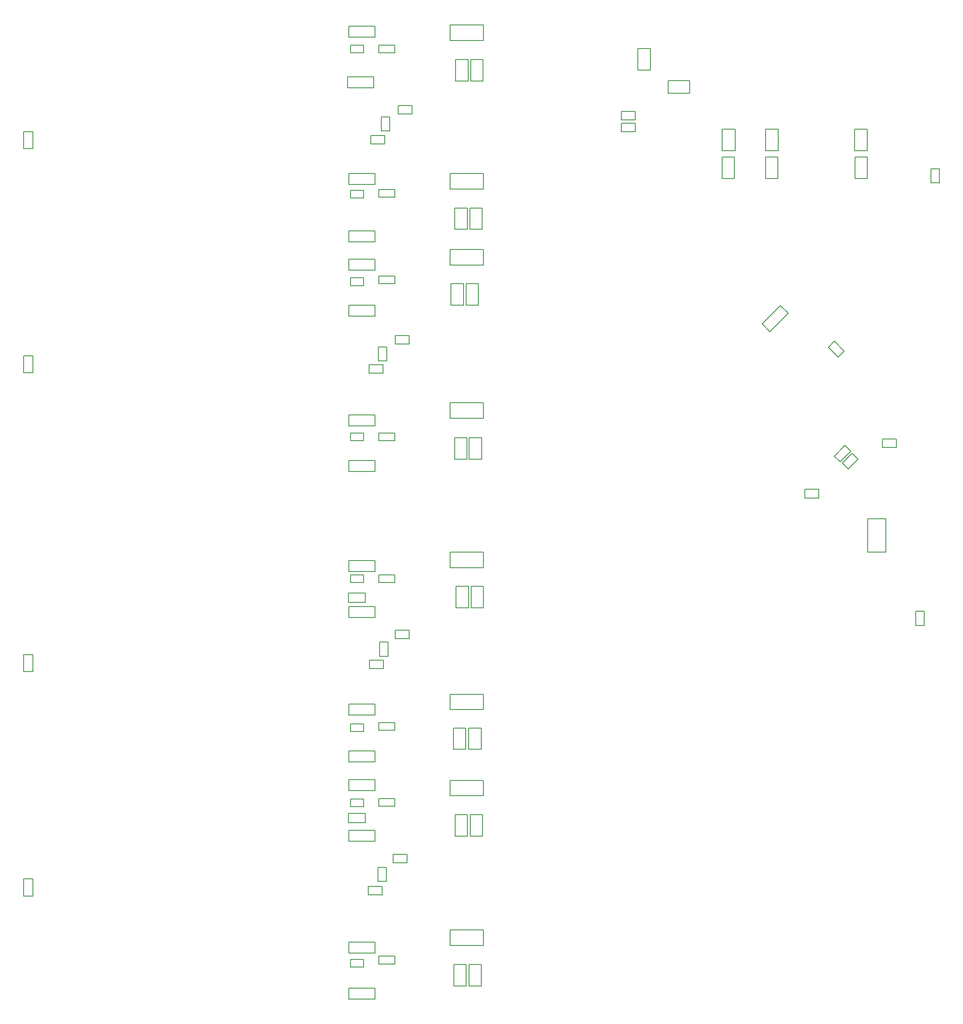
<source format=gbr>
%TF.GenerationSoftware,Altium Limited,Altium Designer,21.6.4 (81)*%
G04 Layer_Color=32768*
%FSLAX43Y43*%
%MOMM*%
%TF.SameCoordinates,A962B9D3-E780-4B03-8A10-E236CC36F35F*%
%TF.FilePolarity,Positive*%
%TF.FileFunction,Other,Bottom_Courtyard*%
%TF.Part,Single*%
G01*
G75*
%TA.AperFunction,NonConductor*%
%ADD139C,0.200*%
D139*
X85625Y69050D02*
X88425D01*
Y70750D01*
X85625D02*
X88425D01*
X85625Y69050D02*
Y70750D01*
X87629Y71525D02*
Y74325D01*
Y71525D02*
X89329D01*
Y74325D01*
X87629D02*
X89329D01*
X81525Y81500D02*
X86725D01*
X81525Y79300D02*
Y81500D01*
Y79300D02*
X86725D01*
Y81500D01*
X85528Y128254D02*
X88328D01*
Y129954D01*
X85528D02*
X88328D01*
X85528Y128254D02*
Y129954D01*
X104491Y141930D02*
Y146238D01*
X101983D02*
X104491D01*
X101983Y141930D02*
Y146238D01*
Y141930D02*
X104491D01*
X198357Y169242D02*
X200057D01*
Y166443D02*
Y169242D01*
X198357Y166443D02*
X200057D01*
X198357D02*
Y169242D01*
X188550Y115126D02*
X191350D01*
X188550Y113426D02*
Y115126D01*
Y113426D02*
X191350D01*
Y115126D01*
X172998Y103275D02*
X175798D01*
Y104975D01*
X172998D02*
X175798D01*
X172998Y103275D02*
Y104975D01*
X197000Y77700D02*
Y80500D01*
X195300D02*
X197000D01*
X195300Y77700D02*
Y80500D01*
Y77700D02*
X197000D01*
X108054Y52820D02*
Y57128D01*
X105546D02*
X108054D01*
X105546Y52820D02*
Y57128D01*
Y52820D02*
X108054D01*
X181717Y109034D02*
X183697Y111014D01*
X182495Y112216D02*
X183697Y111014D01*
X180515Y110236D02*
X182495Y112216D01*
X180515Y110236D02*
X181717Y109034D01*
X180087Y110487D02*
X182244Y112644D01*
X181077Y113811D02*
X182244Y112644D01*
X178920Y111654D02*
X181077Y113811D01*
X178920Y111654D02*
X180087Y110487D01*
X179701Y131513D02*
X180903Y132715D01*
X177721Y133493D02*
X179701Y131513D01*
X177721Y133493D02*
X178923Y134695D01*
X180903Y132715D01*
X16171Y68395D02*
Y71803D01*
Y68395D02*
X18079D01*
Y71803D01*
X16171D02*
X18079D01*
X87409Y133550D02*
X89109D01*
Y130750D02*
Y133550D01*
X87409Y130750D02*
X89109D01*
X87409D02*
Y133550D01*
X93585Y134144D02*
Y135844D01*
X90785Y134144D02*
X93585D01*
X90785D02*
Y135844D01*
X93585D01*
X94225Y180268D02*
Y181968D01*
X91425Y180268D02*
X94225D01*
X91425D02*
Y181968D01*
X94225D01*
X87975Y179673D02*
X89675D01*
Y176873D02*
Y179673D01*
X87975Y176873D02*
X89675D01*
X87975D02*
Y179673D01*
X93629Y75047D02*
Y76747D01*
X90829Y75047D02*
X93629D01*
X90829D02*
Y76747D01*
X93629D01*
X87349Y29175D02*
X89049D01*
Y26375D02*
Y29175D01*
X87349Y26375D02*
X89049D01*
X87349D02*
Y29175D01*
X93212Y30106D02*
Y31806D01*
X90412Y30106D02*
X93212D01*
X90412D02*
Y31806D01*
X93212D01*
X105601Y5375D02*
X108109D01*
X105601D02*
Y9683D01*
X108109D01*
Y5375D02*
Y9683D01*
X105749Y157130D02*
X108257D01*
X105749D02*
Y161438D01*
X108257D01*
Y157130D02*
Y161438D01*
X105921Y186921D02*
X108429D01*
X105921D02*
Y191229D01*
X108429D01*
Y186921D02*
Y191229D01*
X106003Y81221D02*
X108511D01*
X106003D02*
Y85529D01*
X108511D01*
Y81221D02*
Y85529D01*
X105646Y111049D02*
X108154D01*
X105646D02*
Y115357D01*
X108154D01*
Y111049D02*
Y115357D01*
X105010Y141930D02*
X107519D01*
X105010D02*
Y146238D01*
X107519D01*
Y141930D02*
Y146238D01*
X105846Y35394D02*
X108354D01*
X105846D02*
Y39702D01*
X108354D01*
Y35394D02*
Y39702D01*
X105511Y81221D02*
Y85529D01*
X103003D02*
X105511D01*
X103003Y81221D02*
Y85529D01*
Y81221D02*
X105511D01*
X81421Y38091D02*
X84829D01*
Y39999D01*
X81421D02*
X84829D01*
X81421Y38091D02*
Y39999D01*
X81525Y4929D02*
X86725D01*
X81525Y2729D02*
Y4929D01*
Y2729D02*
X86725D01*
Y4929D01*
Y12000D02*
Y14200D01*
X81525Y12000D02*
X86725D01*
X81525D02*
Y14200D01*
X86725D01*
X84431Y9150D02*
Y10700D01*
X81819Y9150D02*
X84431D01*
X81819D02*
Y10700D01*
X84431D01*
X90725Y9785D02*
Y11335D01*
X87525Y9785D02*
X90725D01*
X87525D02*
Y11335D01*
X90725D01*
X102539Y5375D02*
X105047D01*
X102539D02*
Y9683D01*
X105047D01*
Y5375D02*
Y9683D01*
X101775Y13462D02*
X108475D01*
Y16582D01*
X101775D02*
X108475D01*
X101775Y13462D02*
Y16582D01*
X81819Y57936D02*
X84431D01*
X81819Y56386D02*
Y57936D01*
Y56386D02*
X84431D01*
Y57936D01*
X86725Y50346D02*
Y52546D01*
X81525Y50346D02*
X86725D01*
X81525D02*
Y52546D01*
X86725D01*
X90725Y56640D02*
Y58190D01*
X87525Y56640D02*
X90725D01*
X87525D02*
Y58190D01*
X90725D01*
X86725Y59744D02*
Y61944D01*
X81525Y59744D02*
X86725D01*
X81525D02*
Y61944D01*
X86725D01*
X102446Y52820D02*
X104954D01*
X102446D02*
Y57128D01*
X104954D01*
Y52820D02*
Y57128D01*
X101775Y60780D02*
Y63900D01*
X108475D01*
Y60780D02*
Y63900D01*
X101775Y60780D02*
X108475D01*
X81525Y46749D02*
X86725D01*
X81525Y44549D02*
Y46749D01*
Y44549D02*
X86725D01*
Y46749D01*
Y34389D02*
Y36589D01*
X81525Y34389D02*
X86725D01*
X81525D02*
Y36589D01*
X86725D01*
X81819Y42868D02*
X84431D01*
X81819Y41318D02*
Y42868D01*
Y41318D02*
X84431D01*
Y42868D01*
X101775Y119263D02*
Y122383D01*
X108475D01*
Y119263D02*
Y122383D01*
X101775Y119263D02*
X108475D01*
X105229Y111049D02*
Y115357D01*
X102721D02*
X105229D01*
X102721Y111049D02*
Y115357D01*
Y111049D02*
X105229D01*
X136180Y179109D02*
Y180809D01*
X138980D01*
Y179109D02*
Y180809D01*
X136180Y179109D02*
X138980D01*
X136180Y176696D02*
Y178396D01*
X138980D01*
Y176696D02*
Y178396D01*
X136180Y176696D02*
X138980D01*
X85857Y174260D02*
Y175960D01*
X88657D01*
Y174260D02*
Y175960D01*
X85857Y174260D02*
X88657D01*
X85417Y23650D02*
Y25350D01*
X88217D01*
Y23650D02*
Y25350D01*
X85417Y23650D02*
X88217D01*
X164459Y138164D02*
X168136Y141841D01*
X164459Y138164D02*
X166014Y136609D01*
X169691Y140286D01*
X168136Y141841D02*
X169691Y140286D01*
X165121Y167346D02*
Y171654D01*
Y167346D02*
X167629D01*
Y171654D01*
X165121D02*
X167629D01*
X156396D02*
X158904D01*
Y167346D02*
Y171654D01*
X156396Y167346D02*
X158904D01*
X156396D02*
Y171654D01*
X183046Y171604D02*
X185554D01*
Y167296D02*
Y171604D01*
X183046Y167296D02*
X185554D01*
X183046D02*
Y171604D01*
X139501Y193417D02*
X142009D01*
Y189108D02*
Y193417D01*
X139501Y189108D02*
X142009D01*
X139501D02*
Y193417D01*
X145586Y186929D02*
X149894D01*
X145586Y184420D02*
Y186929D01*
Y184420D02*
X149894D01*
Y186929D01*
X102749Y157130D02*
X105257D01*
X102749D02*
Y161438D01*
X105257D01*
Y157130D02*
Y161438D01*
X87525Y165159D02*
X90725D01*
X87525Y163609D02*
Y165159D01*
Y163609D02*
X90725D01*
Y165159D01*
X81819Y164982D02*
X84431D01*
X81819Y163432D02*
Y164982D01*
Y163432D02*
X84431D01*
Y164982D01*
X16171Y173302D02*
Y176710D01*
Y173302D02*
X18079D01*
Y176710D01*
X16171D02*
X18079D01*
X16171Y128355D02*
Y131763D01*
Y128355D02*
X18079D01*
Y131763D01*
X16171D02*
X18079D01*
X81421Y82290D02*
X84829D01*
Y84198D01*
X81421D02*
X84829D01*
X81421Y82290D02*
Y84198D01*
X16171Y23433D02*
Y26842D01*
Y23433D02*
X18079D01*
Y26842D01*
X16171D02*
X18079D01*
X105429Y186921D02*
Y191229D01*
X102921D02*
X105429D01*
X102921Y186921D02*
Y191229D01*
Y186921D02*
X105429D01*
X90725Y192556D02*
Y194106D01*
X87525Y192556D02*
X90725D01*
X87525D02*
Y194106D01*
X90725D01*
X87525Y87822D02*
X90725D01*
X87525Y86272D02*
Y87822D01*
Y86272D02*
X90725D01*
Y87822D01*
X81819Y194106D02*
X84431D01*
X81819Y192556D02*
Y194106D01*
Y192556D02*
X84431D01*
Y194106D01*
X81819Y87822D02*
X84431D01*
X81819Y86272D02*
Y87822D01*
Y86272D02*
X84431D01*
Y87822D01*
X87525Y116300D02*
X90725D01*
X87525Y114750D02*
Y116300D01*
Y114750D02*
X90725D01*
Y116300D01*
X81819D02*
X84431D01*
X81819Y114750D02*
Y116300D01*
Y114750D02*
X84431D01*
Y116300D01*
X105310Y35394D02*
Y39702D01*
X102801D02*
X105310D01*
X102801Y35394D02*
Y39702D01*
Y35394D02*
X105310D01*
X87525Y42982D02*
X90725D01*
X87525Y41432D02*
Y42982D01*
Y41432D02*
X90725D01*
Y42982D01*
X87525Y147791D02*
X90725D01*
X87525Y146241D02*
Y147791D01*
Y146241D02*
X90725D01*
Y147791D01*
X81819Y147410D02*
X84431D01*
X81819Y145860D02*
Y147410D01*
Y145860D02*
X84431D01*
Y147410D01*
X81525Y156794D02*
X86725D01*
X81525Y154594D02*
Y156794D01*
Y154594D02*
X86725D01*
Y156794D01*
X81525Y168355D02*
X86725D01*
X81525Y166155D02*
Y168355D01*
Y166155D02*
X86725D01*
Y168355D01*
X101775Y165217D02*
X108475D01*
Y168337D01*
X101775D02*
X108475D01*
X101775Y165217D02*
Y168337D01*
X86475Y185500D02*
Y187700D01*
X81275Y185500D02*
X86475D01*
X81275D02*
Y187700D01*
X86475D01*
X81525Y197860D02*
X86725D01*
X81525Y195660D02*
Y197860D01*
Y195660D02*
X86725D01*
Y197860D01*
X81525Y90702D02*
X86725D01*
X81525Y88502D02*
Y90702D01*
Y88502D02*
X86725D01*
Y90702D01*
X101775Y195016D02*
X108475D01*
Y198136D01*
X101775D02*
X108475D01*
X101775Y195016D02*
Y198136D01*
Y89256D02*
X108475D01*
Y92376D01*
X101775D02*
X108475D01*
X101775Y89256D02*
Y92376D01*
X81525Y110783D02*
X86725D01*
X81525Y108583D02*
Y110783D01*
Y108583D02*
X86725D01*
Y110783D01*
X81525Y119927D02*
X86725D01*
X81525Y117727D02*
Y119927D01*
Y117727D02*
X86725D01*
Y119927D01*
X81525Y141893D02*
X86725D01*
X81525Y139693D02*
Y141893D01*
Y139693D02*
X86725D01*
Y141893D01*
X81525Y151164D02*
X86725D01*
X81525Y148964D02*
Y151164D01*
Y148964D02*
X86725D01*
Y151164D01*
X101775Y149992D02*
X108475D01*
Y153112D01*
X101775D02*
X108475D01*
X101775Y149992D02*
Y153112D01*
Y43511D02*
X108475D01*
Y46631D01*
X101775D02*
X108475D01*
X101775Y43511D02*
Y46631D01*
X165097Y172904D02*
Y177210D01*
Y172904D02*
X167653D01*
Y177210D01*
X165097D02*
X167653D01*
X156447Y172904D02*
Y177210D01*
Y172904D02*
X159003D01*
Y177210D01*
X156447D02*
X159003D01*
X183022Y172904D02*
Y177210D01*
Y172904D02*
X185578D01*
Y177210D01*
X183022D02*
X185578D01*
X189250Y92400D02*
Y99100D01*
X185650D02*
X189250D01*
X185650Y92400D02*
Y99100D01*
Y92400D02*
X189250D01*
%TF.MD5,aa1ed0730c7c0ef443010a39dff34534*%
M02*

</source>
